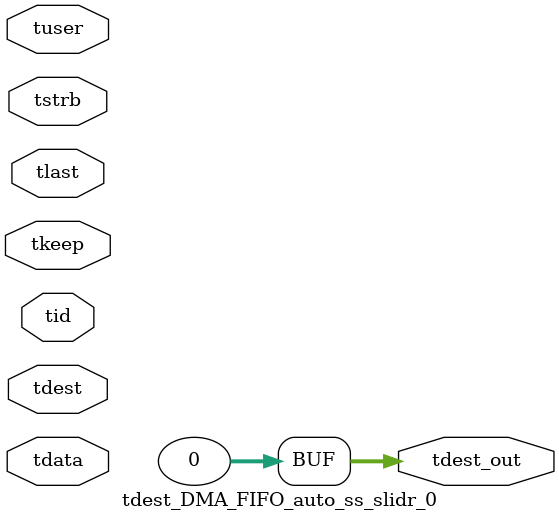
<source format=v>


`timescale 1ps/1ps

module tdest_DMA_FIFO_auto_ss_slidr_0 #
(
parameter C_S_AXIS_TDATA_WIDTH = 32,
parameter C_S_AXIS_TUSER_WIDTH = 0,
parameter C_S_AXIS_TID_WIDTH   = 0,
parameter C_S_AXIS_TDEST_WIDTH = 0,
parameter C_M_AXIS_TDEST_WIDTH = 32
)
(
input  [(C_S_AXIS_TDATA_WIDTH == 0 ? 1 : C_S_AXIS_TDATA_WIDTH)-1:0     ] tdata,
input  [(C_S_AXIS_TUSER_WIDTH == 0 ? 1 : C_S_AXIS_TUSER_WIDTH)-1:0     ] tuser,
input  [(C_S_AXIS_TID_WIDTH   == 0 ? 1 : C_S_AXIS_TID_WIDTH)-1:0       ] tid,
input  [(C_S_AXIS_TDEST_WIDTH == 0 ? 1 : C_S_AXIS_TDEST_WIDTH)-1:0     ] tdest,
input  [(C_S_AXIS_TDATA_WIDTH/8)-1:0 ] tkeep,
input  [(C_S_AXIS_TDATA_WIDTH/8)-1:0 ] tstrb,
input                                                                    tlast,
output [C_M_AXIS_TDEST_WIDTH-1:0] tdest_out
);

assign tdest_out = {1'b0};

endmodule


</source>
